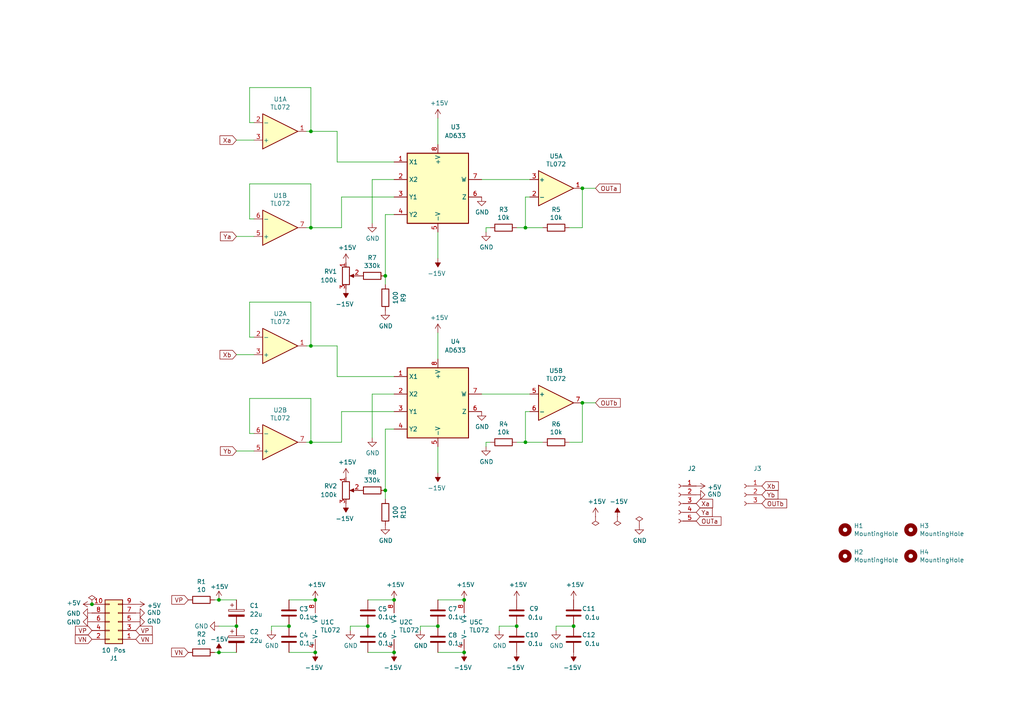
<source format=kicad_sch>
(kicad_sch (version 20211123) (generator eeschema)
  (paper "A4")
  (title_block (title "produkt") (date "2021-07-28") (rev "R01") (comment 1 "schema for main pcb") (comment 2 "vca and ringmodulator") (comment 4 "License CC BY 4.0 - Attribution 4.0 International"))
  (lib_symbols
    (symbol "Amplifier_Operational:TL072" (pin_names (offset 0.127))
      (property "Reference" "U" (at 0 5.08 0))
      (property "Value" "TL072" (at 0 -5.08 0))
      (symbol "TL072_1_1"
        (polyline (pts (xy -5.08 5.08) (xy 5.08 0) (xy -5.08 -5.08) (xy -5.08 5.08)) (stroke (width 0.254)) (fill (type background)))
        (pin output line (at 7.62 0 180) (length 2.54) (name "~") (number "1"))
        (pin input line (at -7.62 -2.54 0) (length 2.54) (name "-") (number "2"))
        (pin input line (at -7.62 2.54 0) (length 2.54) (name "+") (number "3"))
      )
      (symbol "TL072_2_1"
        (polyline (pts (xy -5.08 5.08) (xy 5.08 0) (xy -5.08 -5.08) (xy -5.08 5.08)) (stroke (width 0.254)) (fill (type background)))
        (pin input line (at -7.62 2.54 0) (length 2.54) (name "+") (number "5"))
        (pin input line (at -7.62 -2.54 0) (length 2.54) (name "-") (number "6"))
        (pin output line (at 7.62 0 180) (length 2.54) (name "~") (number "7"))
      )
      (symbol "TL072_3_1"
        (pin power_in line (at -2.54 -7.62 90) (length 3.81) (name "V-") (number "4"))
        (pin power_in line (at -2.54 7.62 270) (length 3.81) (name "V+") (number "8"))
      )
    )
    (symbol "Connector:Conn_01x03_Female" (pin_names (offset 1.016) hide)
      (property "Reference" "J" (at 0 5.08 0))
      (property "Value" "Conn_01x03_Female" (at 0 -5.08 0))
      (symbol "Conn_01x03_Female_1_1"
        (arc (start 0 -2.032) (mid -0.508 -2.54) (end 0 -3.048) (stroke (width 0.1524)))
        (polyline (pts (xy -1.27 -2.54) (xy -0.508 -2.54)) (stroke (width 0.1524)))
        (polyline (pts (xy -1.27 0) (xy -0.508 0)) (stroke (width 0.1524)))
        (polyline (pts (xy -1.27 2.54) (xy -0.508 2.54)) (stroke (width 0.1524)))
        (arc (start 0 0.508) (mid -0.508 0) (end 0 -0.508) (stroke (width 0.1524)))
        (arc (start 0 3.048) (mid -0.508 2.54) (end 0 2.032) (stroke (width 0.1524)))
        (pin passive line (at -5.08 2.54 0) (length 3.81) (name "Pin_1") (number "1"))
        (pin passive line (at -5.08 0 0) (length 3.81) (name "Pin_2") (number "2"))
        (pin passive line (at -5.08 -2.54 0) (length 3.81) (name "Pin_3") (number "3"))
      )
    )
    (symbol "Connector:Conn_01x05_Female" (pin_names (offset 1.016) hide)
      (property "Reference" "J" (at 0 7.62 0))
      (property "Value" "Conn_01x05_Female" (at 0 -7.62 0))
      (symbol "Conn_01x05_Female_1_1"
        (arc (start 0 -4.572) (mid -0.508 -5.08) (end 0 -5.588) (stroke (width 0.1524)))
        (arc (start 0 -2.032) (mid -0.508 -2.54) (end 0 -3.048) (stroke (width 0.1524)))
        (polyline (pts (xy -1.27 -5.08) (xy -0.508 -5.08)) (stroke (width 0.1524)))
        (polyline (pts (xy -1.27 -2.54) (xy -0.508 -2.54)) (stroke (width 0.1524)))
        (polyline (pts (xy -1.27 0) (xy -0.508 0)) (stroke (width 0.1524)))
        (polyline (pts (xy -1.27 2.54) (xy -0.508 2.54)) (stroke (width 0.1524)))
        (polyline (pts (xy -1.27 5.08) (xy -0.508 5.08)) (stroke (width 0.1524)))
        (arc (start 0 0.508) (mid -0.508 0) (end 0 -0.508) (stroke (width 0.1524)))
        (arc (start 0 3.048) (mid -0.508 2.54) (end 0 2.032) (stroke (width 0.1524)))
        (arc (start 0 5.588) (mid -0.508 5.08) (end 0 4.572) (stroke (width 0.1524)))
        (pin passive line (at -5.08 5.08 0) (length 3.81) (name "Pin_1") (number "1"))
        (pin passive line (at -5.08 2.54 0) (length 3.81) (name "Pin_2") (number "2"))
        (pin passive line (at -5.08 0 0) (length 3.81) (name "Pin_3") (number "3"))
        (pin passive line (at -5.08 -2.54 0) (length 3.81) (name "Pin_4") (number "4"))
        (pin passive line (at -5.08 -5.08 0) (length 3.81) (name "Pin_5") (number "5"))
      )
    )
    (symbol "Connector_Generic:Conn_02x05_Odd_Even" (pin_names (offset 1.016) hide)
      (property "Reference" "J" (at 1.27 7.62 0))
      (property "Value" "Conn_02x05_Odd_Even" (at 1.27 -7.62 0))
      (symbol "Conn_02x05_Odd_Even_1_1"
        (rectangle (start -1.27 -4.953) (end 0 -5.207) (stroke (width 0.1524)))
        (rectangle (start -1.27 -2.413) (end 0 -2.667) (stroke (width 0.1524)))
        (rectangle (start -1.27 0.127) (end 0 -0.127) (stroke (width 0.1524)))
        (rectangle (start -1.27 2.667) (end 0 2.413) (stroke (width 0.1524)))
        (rectangle (start -1.27 5.207) (end 0 4.953) (stroke (width 0.1524)))
        (rectangle (start -1.27 6.35) (end 3.81 -6.35) (stroke (width 0.254)) (fill (type background)))
        (rectangle (start 3.81 -4.953) (end 2.54 -5.207) (stroke (width 0.1524)))
        (rectangle (start 3.81 -2.413) (end 2.54 -2.667) (stroke (width 0.1524)))
        (rectangle (start 3.81 0.127) (end 2.54 -0.127) (stroke (width 0.1524)))
        (rectangle (start 3.81 2.667) (end 2.54 2.413) (stroke (width 0.1524)))
        (rectangle (start 3.81 5.207) (end 2.54 4.953) (stroke (width 0.1524)))
        (pin passive line (at -5.08 5.08 0) (length 3.81) (name "Pin_1") (number "1"))
        (pin passive line (at 7.62 -5.08 180) (length 3.81) (name "Pin_10") (number "10"))
        (pin passive line (at 7.62 5.08 180) (length 3.81) (name "Pin_2") (number "2"))
        (pin passive line (at -5.08 2.54 0) (length 3.81) (name "Pin_3") (number "3"))
        (pin passive line (at 7.62 2.54 180) (length 3.81) (name "Pin_4") (number "4"))
        (pin passive line (at -5.08 0 0) (length 3.81) (name "Pin_5") (number "5"))
        (pin passive line (at 7.62 0 180) (length 3.81) (name "Pin_6") (number "6"))
        (pin passive line (at -5.08 -2.54 0) (length 3.81) (name "Pin_7") (number "7"))
        (pin passive line (at 7.62 -2.54 180) (length 3.81) (name "Pin_8") (number "8"))
        (pin passive line (at -5.08 -5.08 0) (length 3.81) (name "Pin_9") (number "9"))
      )
    )
    (symbol "Device:C" (pin_numbers hide) (pin_names (offset 0.254))
      (property "Reference" "C" (at 0.635 2.54 0))
      (property "Value" "C" (at 0.635 -2.54 0))
      (symbol "C_0_1"
        (polyline (pts (xy -2.032 -0.762) (xy 2.032 -0.762)) (stroke (width 0.508)))
        (polyline (pts (xy -2.032 0.762) (xy 2.032 0.762)) (stroke (width 0.508)))
      )
      (symbol "C_1_1"
        (pin passive line (at 0 3.81 270) (length 2.794) (name "~") (number "1"))
        (pin passive line (at 0 -3.81 90) (length 2.794) (name "~") (number "2"))
      )
    )
    (symbol "Device:C_Polarized" (pin_numbers hide) (pin_names (offset 0.254))
      (property "Reference" "C" (at 0.635 2.54 0))
      (property "Value" "C_Polarized" (at 0.635 -2.54 0))
      (symbol "C_Polarized_0_1"
        (rectangle (start -2.286 0.508) (end 2.286 1.016))
        (polyline (pts (xy -1.778 2.286) (xy -0.762 2.286)))
        (polyline (pts (xy -1.27 2.794) (xy -1.27 1.778)))
        (rectangle (start 2.286 -0.508) (end -2.286 -1.016) (fill (type outline)))
      )
      (symbol "C_Polarized_1_1"
        (pin passive line (at 0 3.81 270) (length 2.794) (name "~") (number "1"))
        (pin passive line (at 0 -3.81 90) (length 2.794) (name "~") (number "2"))
      )
    )
    (symbol "Device:R" (pin_numbers hide) (pin_names (offset 0))
      (property "Reference" "R" (at 2.032 0 90))
      (property "Value" "R" (at 0 0 90))
      (symbol "R_0_1"
        (rectangle (start -1.016 -2.54) (end 1.016 2.54) (stroke (width 0.254)))
      )
      (symbol "R_1_1"
        (pin passive line (at 0 3.81 270) (length 1.27) (name "~") (number "1"))
        (pin passive line (at 0 -3.81 90) (length 1.27) (name "~") (number "2"))
      )
    )
    (symbol "Device:R_Potentiometer" (pin_names (offset 1.016) hide)
      (property "Reference" "RV" (at -4.445 0 90))
      (property "Value" "R_Potentiometer" (at -2.54 0 90))
      (symbol "R_Potentiometer_0_1"
        (polyline (pts (xy 2.54 0) (xy 1.524 0)))
        (polyline (pts (xy 1.143 0) (xy 2.286 0.508) (xy 2.286 -0.508) (xy 1.143 0)) (fill (type outline)))
        (rectangle (start 1.016 2.54) (end -1.016 -2.54) (stroke (width 0.254)))
      )
      (symbol "R_Potentiometer_1_1"
        (pin passive line (at 0 3.81 270) (length 1.27) (name "1") (number "1"))
        (pin passive line (at 3.81 0 180) (length 1.27) (name "2") (number "2"))
        (pin passive line (at 0 -3.81 90) (length 1.27) (name "3") (number "3"))
      )
    )
    (symbol "Mechanical:MountingHole" (pin_names (offset 1.016))
      (property "Reference" "H" (at 0 5.08 0))
      (property "Value" "MountingHole" (at 0 3.175 0))
      (symbol "MountingHole_0_1"
        (circle (center 0 0) (radius 1.27) (stroke (width 1.27)))
      )
    )
    (symbol "elektrophon:AD633"
      (property "Reference" "U" (at -10.16 8.89 0))
      (property "Value" "AD633" (at 2.54 8.89 0))
      (symbol "AD633_0_0"
        (pin power_in line (at 0 -15.24 90) (length 2.54) (name "-V") (number "5"))
        (pin power_in line (at 0 10.16 270) (length 2.54) (name "+V") (number "8"))
      )
      (symbol "AD633_0_1"
        (rectangle (start -8.89 -12.7) (end 8.89 7.62) (stroke (width 0.254)) (fill (type background)))
        (rectangle (start -8.89 -12.7) (end 8.89 7.62) (stroke (width 0.254)) (fill (type background)))
      )
      (symbol "AD633_1_1"
        (pin input line (at -12.7 5.08 0) (length 3.81) (name "X1") (number "1"))
        (pin input line (at -12.7 0 0) (length 3.81) (name "X2") (number "2"))
        (pin input line (at -12.7 -5.08 0) (length 3.81) (name "Y1") (number "3"))
        (pin input line (at -12.7 -10.16 0) (length 3.81) (name "Y2") (number "4"))
        (pin input line (at 12.7 -5.08 180) (length 3.81) (name "Z") (number "6"))
        (pin output line (at 12.7 0 180) (length 3.81) (name "W") (number "7"))
      )
    )
    (symbol "power:+15V" (power) (pin_names (offset 0))
      (property "Value" "+15V" (at 0 3.556 0))
      (symbol "+15V_0_1"
        (polyline (pts (xy -0.762 1.27) (xy 0 2.54)))
        (polyline (pts (xy 0 0) (xy 0 2.54)))
        (polyline (pts (xy 0 2.54) (xy 0.762 1.27)))
      )
      (symbol "+15V_1_1"
        (pin power_in line (at 0 0 90) (length 0) hide (name "+15V") (number "1"))
      )
    )
    (symbol "power:+5V" (power) (pin_names (offset 0))
      (property "Value" "+5V" (at 0 3.556 0))
      (symbol "+5V_0_1"
        (polyline (pts (xy -0.762 1.27) (xy 0 2.54)))
        (polyline (pts (xy 0 0) (xy 0 2.54)))
        (polyline (pts (xy 0 2.54) (xy 0.762 1.27)))
      )
      (symbol "+5V_1_1"
        (pin power_in line (at 0 0 90) (length 0) hide (name "+5V") (number "1"))
      )
    )
    (symbol "power:-15V" (power) (pin_names (offset 0))
      (property "Value" "-15V" (at 0 3.81 0))
      (symbol "-15V_0_0"
        (pin power_in line (at 0 0 90) (length 0) hide (name "-15V") (number "1"))
      )
      (symbol "-15V_0_1"
        (polyline (pts (xy 0 0) (xy 0 1.27) (xy 0.762 1.27) (xy 0 2.54) (xy -0.762 1.27) (xy 0 1.27)) (fill (type outline)))
      )
    )
    (symbol "power:GND" (power) (pin_names (offset 0))
      (property "Value" "GND" (at 0 -3.81 0))
      (symbol "GND_0_1"
        (polyline (pts (xy 0 0) (xy 0 -1.27) (xy 1.27 -1.27) (xy 0 -2.54) (xy -1.27 -1.27) (xy 0 -1.27)))
      )
      (symbol "GND_1_1"
        (pin power_in line (at 0 0 270) (length 0) hide (name "GND") (number "1"))
      )
    )
    (symbol "power:PWR_FLAG" (power) (pin_numbers hide) (pin_names (offset 0) hide)
      (property "Value" "PWR_FLAG" (at 0 3.81 0))
      (symbol "PWR_FLAG_0_0"
        (pin power_out line (at 0 0 90) (length 0) (name "pwr") (number "1"))
      )
      (symbol "PWR_FLAG_0_1"
        (polyline (pts (xy 0 0) (xy 0 1.27) (xy -1.016 1.905) (xy 0 2.54) (xy 1.016 1.905) (xy 0 1.27)))
      )
    )
  )
  (junction (at 111.76 80.01))
  (junction (at 26.67 175.26))
  (junction (at 91.44 189.23))
  (junction (at 168.91 54.61))
  (junction (at 106.68 181.61))
  (junction (at 68.58 181.61))
  (junction (at 90.17 100.33))
  (junction (at 90.17 66.04))
  (junction (at 152.4 66.04))
  (junction (at 114.3 173.99))
  (junction (at 168.91 116.84))
  (junction (at 134.62 173.99))
  (junction (at 152.4 128.27))
  (junction (at 83.82 181.61))
  (junction (at 90.17 38.1))
  (junction (at 166.37 181.61))
  (junction (at 134.62 189.23))
  (junction (at 149.86 181.61))
  (junction (at 114.3 189.23))
  (junction (at 91.44 173.99))
  (junction (at 63.5 189.23))
  (junction (at 63.5 173.99))
  (junction (at 127 181.61))
  (junction (at 90.17 128.27))
  (junction (at 111.76 142.24))
  (wire (pts (xy 111.76 82.55) (xy 111.76 80.01)))
  (wire (pts (xy 62.23 173.99) (xy 63.5 173.99)))
  (wire (pts (xy 78.74 182.88) (xy 78.74 181.61)))
  (wire (pts (xy 73.66 97.79) (xy 72.39 97.79)))
  (wire (pts (xy 139.7 52.07) (xy 153.67 52.07)))
  (wire (pts (xy 134.62 189.23) (xy 127 189.23)))
  (wire (pts (xy 114.3 109.22) (xy 97.79 109.22)))
  (wire (pts (xy 121.92 182.88) (xy 121.92 181.61)))
  (wire (pts (xy 127 137.16) (xy 127 129.54)))
  (wire (pts (xy 127 173.99) (xy 134.62 173.99)))
  (wire (pts (xy 73.66 125.73) (xy 72.39 125.73)))
  (wire (pts (xy 152.4 128.27) (xy 152.4 119.38)))
  (wire (pts (xy 139.7 114.3) (xy 153.67 114.3)))
  (wire (pts (xy 63.5 173.99) (xy 68.58 173.99)))
  (wire (pts (xy 111.76 62.23) (xy 114.3 62.23)))
  (wire (pts (xy 72.39 115.57) (xy 90.17 115.57)))
  (wire (pts (xy 168.91 128.27) (xy 168.91 116.84)))
  (wire (pts (xy 99.06 119.38) (xy 114.3 119.38)))
  (wire (pts (xy 165.1 128.27) (xy 168.91 128.27)))
  (wire (pts (xy 83.82 173.99) (xy 91.44 173.99)))
  (wire (pts (xy 88.9 66.04) (xy 90.17 66.04)))
  (wire (pts (xy 97.79 109.22) (xy 97.79 100.33)))
  (wire (pts (xy 68.58 130.81) (xy 73.66 130.81)))
  (wire (pts (xy 127 34.29) (xy 127 41.91)))
  (wire (pts (xy 152.4 66.04) (xy 152.4 57.15)))
  (wire (pts (xy 107.95 114.3) (xy 114.3 114.3)))
  (wire (pts (xy 107.95 114.3) (xy 107.95 127)))
  (wire (pts (xy 88.9 100.33) (xy 90.17 100.33)))
  (wire (pts (xy 88.9 128.27) (xy 90.17 128.27)))
  (wire (pts (xy 153.67 119.38) (xy 152.4 119.38)))
  (wire (pts (xy 90.17 128.27) (xy 99.06 128.27)))
  (wire (pts (xy 72.39 35.56) (xy 72.39 25.4)))
  (wire (pts (xy 149.86 66.04) (xy 152.4 66.04)))
  (wire (pts (xy 90.17 25.4) (xy 90.17 38.1)))
  (wire (pts (xy 90.17 38.1) (xy 97.79 38.1)))
  (wire (pts (xy 101.6 182.88) (xy 101.6 181.61)))
  (wire (pts (xy 111.76 80.01) (xy 111.76 62.23)))
  (wire (pts (xy 157.48 66.04) (xy 152.4 66.04)))
  (wire (pts (xy 149.86 128.27) (xy 152.4 128.27)))
  (wire (pts (xy 107.95 52.07) (xy 107.95 64.77)))
  (wire (pts (xy 140.97 67.31) (xy 140.97 66.04)))
  (wire (pts (xy 114.3 46.99) (xy 97.79 46.99)))
  (wire (pts (xy 106.68 173.99) (xy 114.3 173.99)))
  (wire (pts (xy 90.17 115.57) (xy 90.17 128.27)))
  (wire (pts (xy 72.39 25.4) (xy 90.17 25.4)))
  (wire (pts (xy 168.91 116.84) (xy 172.72 116.84)))
  (wire (pts (xy 90.17 100.33) (xy 97.79 100.33)))
  (wire (pts (xy 78.74 181.61) (xy 83.82 181.61)))
  (wire (pts (xy 140.97 129.54) (xy 140.97 128.27)))
  (wire (pts (xy 111.76 124.46) (xy 114.3 124.46)))
  (wire (pts (xy 168.91 54.61) (xy 172.72 54.61)))
  (wire (pts (xy 99.06 57.15) (xy 114.3 57.15)))
  (wire (pts (xy 161.29 181.61) (xy 166.37 181.61)))
  (wire (pts (xy 90.17 53.34) (xy 90.17 66.04)))
  (wire (pts (xy 107.95 52.07) (xy 114.3 52.07)))
  (wire (pts (xy 68.58 181.61) (xy 63.5 181.61)))
  (wire (pts (xy 62.23 189.23) (xy 63.5 189.23)))
  (wire (pts (xy 140.97 66.04) (xy 142.24 66.04)))
  (wire (pts (xy 72.39 125.73) (xy 72.39 115.57)))
  (wire (pts (xy 73.66 63.5) (xy 72.39 63.5)))
  (wire (pts (xy 68.58 40.64) (xy 73.66 40.64)))
  (wire (pts (xy 101.6 181.61) (xy 106.68 181.61)))
  (wire (pts (xy 97.79 46.99) (xy 97.79 38.1)))
  (wire (pts (xy 73.66 35.56) (xy 72.39 35.56)))
  (wire (pts (xy 68.58 102.87) (xy 73.66 102.87)))
  (wire (pts (xy 127 96.52) (xy 127 104.14)))
  (wire (pts (xy 91.44 189.23) (xy 83.82 189.23)))
  (wire (pts (xy 68.58 68.58) (xy 73.66 68.58)))
  (wire (pts (xy 144.78 181.61) (xy 149.86 181.61)))
  (wire (pts (xy 90.17 66.04) (xy 99.06 66.04)))
  (wire (pts (xy 157.48 128.27) (xy 152.4 128.27)))
  (wire (pts (xy 99.06 66.04) (xy 99.06 57.15)))
  (wire (pts (xy 111.76 144.78) (xy 111.76 142.24)))
  (wire (pts (xy 72.39 97.79) (xy 72.39 87.63)))
  (wire (pts (xy 127 74.93) (xy 127 67.31)))
  (wire (pts (xy 114.3 189.23) (xy 106.68 189.23)))
  (wire (pts (xy 72.39 87.63) (xy 90.17 87.63)))
  (wire (pts (xy 63.5 189.23) (xy 68.58 189.23)))
  (wire (pts (xy 90.17 87.63) (xy 90.17 100.33)))
  (wire (pts (xy 99.06 128.27) (xy 99.06 119.38)))
  (wire (pts (xy 121.92 181.61) (xy 127 181.61)))
  (wire (pts (xy 72.39 53.34) (xy 90.17 53.34)))
  (wire (pts (xy 88.9 38.1) (xy 90.17 38.1)))
  (wire (pts (xy 153.67 57.15) (xy 152.4 57.15)))
  (wire (pts (xy 111.76 142.24) (xy 111.76 124.46)))
  (wire (pts (xy 168.91 66.04) (xy 168.91 54.61)))
  (wire (pts (xy 161.29 182.88) (xy 161.29 181.61)))
  (wire (pts (xy 144.78 182.88) (xy 144.78 181.61)))
  (wire (pts (xy 72.39 63.5) (xy 72.39 53.34)))
  (wire (pts (xy 165.1 66.04) (xy 168.91 66.04)))
  (wire (pts (xy 140.97 128.27) (xy 142.24 128.27)))
  (global_label "Xa" (shape input) (at 68.58 40.64 180) (property "Intersheet References" "${INTERSHEET_REFS}" (effects hide)))
  (global_label "Ya" (shape input) (at 201.93 148.59 0) (property "Intersheet References" "${INTERSHEET_REFS}" (effects hide)))
  (global_label "Xb" (shape input) (at 220.98 140.97 0) (property "Intersheet References" "${INTERSHEET_REFS}" (effects hide)))
  (global_label "Yb" (shape input) (at 68.58 130.81 180) (property "Intersheet References" "${INTERSHEET_REFS}" (effects hide)))
  (global_label "VP" (shape input) (at 39.37 182.88 0) (property "Intersheet References" "${INTERSHEET_REFS}" (effects hide)))
  (global_label "Yb" (shape input) (at 220.98 143.51 0) (property "Intersheet References" "${INTERSHEET_REFS}" (effects hide)))
  (global_label "Xb" (shape input) (at 68.58 102.87 180) (property "Intersheet References" "${INTERSHEET_REFS}" (effects hide)))
  (global_label "VN" (shape input) (at 39.37 185.42 0) (property "Intersheet References" "${INTERSHEET_REFS}" (effects hide)))
  (global_label "OUTb" (shape input) (at 172.72 116.84 0) (property "Intersheet References" "${INTERSHEET_REFS}" (effects hide)))
  (global_label "VN" (shape input) (at 54.61 189.23 180) (property "Intersheet References" "${INTERSHEET_REFS}" (effects hide)))
  (global_label "OUTb" (shape input) (at 220.98 146.05 0) (property "Intersheet References" "${INTERSHEET_REFS}" (effects hide)))
  (global_label "VN" (shape input) (at 26.67 185.42 180) (property "Intersheet References" "${INTERSHEET_REFS}" (effects hide)))
  (global_label "VP" (shape input) (at 54.61 173.99 180) (property "Intersheet References" "${INTERSHEET_REFS}" (effects hide)))
  (global_label "OUTa" (shape input) (at 172.72 54.61 0) (property "Intersheet References" "${INTERSHEET_REFS}" (effects hide)))
  (global_label "VP" (shape input) (at 26.67 182.88 180) (property "Intersheet References" "${INTERSHEET_REFS}" (effects hide)))
  (global_label "Ya" (shape input) (at 68.58 68.58 180) (property "Intersheet References" "${INTERSHEET_REFS}" (effects hide)))
  (global_label "OUTa" (shape input) (at 201.93 151.13 0) (property "Intersheet References" "${INTERSHEET_REFS}" (effects hide)))
  (global_label "Xa" (shape input) (at 201.93 146.05 0) (property "Intersheet References" "${INTERSHEET_REFS}" (effects hide)))
  (symbol (lib_id "power:+15V") (at 91.44 173.99 0) (unit 1)
    (property "Reference" "#PWR011" (effects hide))
    (property "Value" "+15V" (at 91.821 169.5958 0))
  )
  (symbol (lib_id "power:-15V") (at 91.44 189.23 180) (unit 1)
    (property "Reference" "#PWR012" (effects hide))
    (property "Value" "-15V" (at 91.059 193.6242 0))
  )
  (symbol (lib_id "power:+15V") (at 114.3 173.99 0) (unit 1)
    (property "Reference" "#PWR016" (effects hide))
    (property "Value" "+15V" (at 114.681 169.5958 0))
  )
  (symbol (lib_id "power:-15V") (at 114.3 189.23 180) (unit 1)
    (property "Reference" "#PWR017" (effects hide))
    (property "Value" "-15V" (at 113.919 193.6242 0))
  )
  (symbol (lib_id "Device:C") (at 83.82 177.8 0) (unit 1)
    (property "Reference" "C3" (at 86.741 176.6316 0) (effects (justify left)))
    (property "Value" "0.1u" (at 86.741 178.943 0) (effects (justify left)))
    (property "Footprint" "Capacitor_THT:C_Disc_D3.4mm_W2.1mm_P2.50mm" (effects hide))
    (property "Spice_Primitive" "C" (effects hide))
    (property "Spice_Model" "0.1u" (effects hide))
    (property "Spice_Netlist_Enabled" "N" (effects hide))
    (property "Description" "Multilayer Ceramic Capacitors MLCC (50V, L=4 mm, W=2.5 mm, LS=2.5 mm)" (effects hide))
  )
  (symbol (lib_id "Device:C") (at 83.82 185.42 0) (unit 1)
    (property "Reference" "C4" (at 86.741 184.2516 0) (effects (justify left)))
    (property "Value" "0.1u" (at 86.741 186.563 0) (effects (justify left)))
    (property "Footprint" "Capacitor_THT:C_Disc_D3.4mm_W2.1mm_P2.50mm" (effects hide))
    (property "Spice_Primitive" "C" (effects hide))
    (property "Spice_Model" "0.1u" (effects hide))
    (property "Spice_Netlist_Enabled" "N" (effects hide))
    (property "Description" "Multilayer Ceramic Capacitors MLCC (50V, L=4 mm, W=2.5 mm, LS=2.5 mm)" (effects hide))
  )
  (symbol (lib_id "power:GND") (at 78.74 182.88 0) (unit 1)
    (property "Reference" "#PWR010" (effects hide))
    (property "Value" "GND" (at 78.867 187.2742 0))
  )
  (symbol (lib_id "Device:C") (at 106.68 177.8 0) (unit 1)
    (property "Reference" "C5" (at 109.601 176.6316 0) (effects (justify left)))
    (property "Value" "0.1u" (at 109.601 178.943 0) (effects (justify left)))
    (property "Footprint" "Capacitor_THT:C_Disc_D3.4mm_W2.1mm_P2.50mm" (effects hide))
    (property "Spice_Primitive" "C" (effects hide))
    (property "Spice_Model" "0.1u" (effects hide))
    (property "Spice_Netlist_Enabled" "N" (effects hide))
    (property "Description" "Multilayer Ceramic Capacitors MLCC (50V, L=4 mm, W=2.5 mm, LS=2.5 mm)" (effects hide))
  )
  (symbol (lib_id "Device:C") (at 106.68 185.42 0) (unit 1)
    (property "Reference" "C6" (at 109.601 184.2516 0) (effects (justify left)))
    (property "Value" "0.1u" (at 109.601 186.563 0) (effects (justify left)))
    (property "Footprint" "Capacitor_THT:C_Disc_D3.4mm_W2.1mm_P2.50mm" (effects hide))
    (property "Spice_Primitive" "C" (effects hide))
    (property "Spice_Model" "0.1u" (effects hide))
    (property "Spice_Netlist_Enabled" "N" (effects hide))
    (property "Description" "Multilayer Ceramic Capacitors MLCC (50V, L=4 mm, W=2.5 mm, LS=2.5 mm)" (effects hide))
  )
  (symbol (lib_id "power:GND") (at 101.6 182.88 0) (unit 1)
    (property "Reference" "#PWR013" (effects hide))
    (property "Value" "GND" (at 101.727 187.2742 0))
  )
  (symbol (lib_id "elektrophon:AD633") (at 127 52.07 0) (unit 1)
    (property "Reference" "U3" (at 132.08 36.83 0))
    (property "Value" "AD633" (at 132.08 39.37 0))
    (property "Footprint" "Package_DIP:DIP-8_W7.62mm" (effects hide))
    (property "Datasheet" "https://www.analog.com/media/en/technical-documentation/data-sheets/AD633.pdf" (effects hide))
    (property "Spice_Primitive" "X" (effects hide))
    (property "Spice_Model" "AD633" (effects hide))
    (property "Spice_Netlist_Enabled" "Y" (effects hide))
    (property "Description" "Analog Multiplier, DIP-8/SOIC-8" (effects hide))
  )
  (symbol (lib_id "power:GND") (at 107.95 64.77 0) (unit 1)
    (property "Reference" "#PWR014" (effects hide))
    (property "Value" "GND" (at 108.077 69.1642 0))
  )
  (symbol (lib_id "Device:R") (at 161.29 66.04 270) (unit 1)
    (property "Reference" "R5" (at 161.29 60.7822 90))
    (property "Value" "10k" (at 161.29 63.0936 90))
    (property "Footprint" "Resistor_THT:R_Axial_DIN0204_L3.6mm_D1.6mm_P5.08mm_Horizontal" (effects hide))
    (property "Description" "Metal Film Resistors - Through Hole (L=3.6 mm, D=1.6 mm, 1%)" (effects hide))
  )
  (symbol (lib_id "Device:R") (at 146.05 66.04 270) (unit 1)
    (property "Reference" "R3" (at 146.05 60.7822 90))
    (property "Value" "10k" (at 146.05 63.0936 90))
    (property "Footprint" "Resistor_THT:R_Axial_DIN0204_L3.6mm_D1.6mm_P5.08mm_Horizontal" (effects hide))
    (property "Description" "Metal Film Resistors - Through Hole (L=3.6 mm, D=1.6 mm, 1%)" (effects hide))
  )
  (symbol (lib_id "power:GND") (at 140.97 67.31 0) (unit 1)
    (property "Reference" "#PWR025" (effects hide))
    (property "Value" "GND" (at 141.097 71.7042 0))
  )
  (symbol (lib_id "Device:C") (at 149.86 177.8 0) (unit 1)
    (property "Reference" "C9" (at 156.21 176.53 0) (effects (justify right)))
    (property "Value" "0.1u" (at 157.48 179.07 0) (effects (justify right)))
    (property "Footprint" "Capacitor_THT:C_Disc_D3.4mm_W2.1mm_P2.50mm" (effects hide))
    (property "Spice_Primitive" "C" (effects hide))
    (property "Spice_Model" "0.1u" (effects hide))
    (property "Spice_Netlist_Enabled" "N" (effects hide))
    (property "Description" "Multilayer Ceramic Capacitors MLCC (50V, L=4 mm, W=2.5 mm, LS=2.5 mm)" (effects hide))
  )
  (symbol (lib_id "Device:C") (at 149.86 185.42 0) (unit 1)
    (property "Reference" "C10" (at 156.21 184.15 0) (effects (justify right)))
    (property "Value" "0.1u" (at 157.48 186.69 0) (effects (justify right)))
    (property "Footprint" "Capacitor_THT:C_Disc_D3.4mm_W2.1mm_P2.50mm" (effects hide))
    (property "Spice_Primitive" "C" (effects hide))
    (property "Spice_Model" "0.1u" (effects hide))
    (property "Spice_Netlist_Enabled" "N" (effects hide))
    (property "Description" "Multilayer Ceramic Capacitors MLCC (50V, L=4 mm, W=2.5 mm, LS=2.5 mm)" (effects hide))
  )
  (symbol (lib_id "power:+15V") (at 127 34.29 0) (unit 1)
    (property "Reference" "#PWR019" (effects hide))
    (property "Value" "+15V" (at 127.381 29.8958 0))
  )
  (symbol (lib_id "power:-15V") (at 127 74.93 180) (unit 1)
    (property "Reference" "#PWR020" (effects hide))
    (property "Value" "-15V" (at 126.619 79.3242 0))
  )
  (symbol (lib_id "power:-15V") (at 63.5 189.23 0) (unit 1)
    (property "Reference" "#PWR09" (effects hide))
    (property "Value" "-15V" (at 60.96 185.42 0) (effects (justify left)))
  )
  (symbol (lib_id "power:+5V") (at 39.37 175.26 270) (unit 1)
    (property "Reference" "#PWR04" (effects hide))
    (property "Value" "+5V" (at 42.6212 175.641 90) (effects (justify left)))
  )
  (symbol (lib_id "power:GND") (at 144.78 182.88 0) (unit 1)
    (property "Reference" "#PWR027" (effects hide))
    (property "Value" "GND" (at 144.907 187.2742 0))
  )
  (symbol (lib_id "power:-15V") (at 149.86 189.23 180) (unit 1)
    (property "Reference" "#PWR029" (effects hide))
    (property "Value" "-15V" (at 149.479 193.6242 0))
  )
  (symbol (lib_id "power:+15V") (at 149.86 173.99 0) (unit 1)
    (property "Reference" "#PWR028" (effects hide))
    (property "Value" "+15V" (at 150.241 169.5958 0))
  )
  (symbol (lib_id "Mechanical:MountingHole") (at 245.11 161.29 0) (unit 1)
    (property "Reference" "H2" (at 247.65 160.1216 0) (effects (justify left)))
    (property "Value" "MountingHole" (at 247.65 162.433 0) (effects (justify left)))
    (property "Footprint" "MountingHole:MountingHole_2.2mm_M2" (effects hide))
  )
  (symbol (lib_id "power:GND") (at 26.67 180.34 270) (unit 1)
    (property "Reference" "#PWR03" (effects hide))
    (property "Value" "GND" (at 23.4188 180.467 90) (effects (justify right)))
  )
  (symbol (lib_id "power:+15V") (at 172.72 149.86 0) (unit 1)
    (property "Reference" "#PWR033" (effects hide))
    (property "Value" "+15V" (at 173.101 145.4658 0))
  )
  (symbol (lib_id "power:GND") (at 185.42 152.4 0) (unit 1)
    (property "Reference" "#PWR035" (effects hide))
    (property "Value" "GND" (at 185.547 156.7942 0))
  )
  (symbol (lib_id "Device:R") (at 58.42 173.99 270) (unit 1)
    (property "Reference" "R1" (at 58.42 168.7322 90))
    (property "Value" "10" (at 58.42 171.0436 90))
    (property "Footprint" "Resistor_THT:R_Axial_DIN0204_L3.6mm_D1.6mm_P5.08mm_Horizontal" (effects hide))
    (property "Spice_Primitive" "R" (effects hide))
    (property "Spice_Model" "10" (effects hide))
    (property "Spice_Netlist_Enabled" "N" (effects hide))
    (property "Description" "Metal Film Resistors - Through Hole (L=3.6 mm, D=1.6 mm, 1%)" (effects hide))
  )
  (symbol (lib_id "power:PWR_FLAG") (at 26.67 175.26 0) (unit 1)
    (property "Reference" "#FLG01" (effects hide))
    (property "Value" "PWR_FLAG" (effects hide))
  )
  (symbol (lib_id "power:GND") (at 63.5 181.61 270) (unit 1)
    (property "Reference" "#PWR08" (effects hide))
    (property "Value" "GND" (at 58.42 181.61 90))
  )
  (symbol (lib_id "power:GND") (at 26.67 177.8 270) (unit 1)
    (property "Reference" "#PWR02" (effects hide))
    (property "Value" "GND" (at 23.4188 177.927 90) (effects (justify right)))
  )
  (symbol (lib_id "power:-15V") (at 179.07 149.86 0) (unit 1)
    (property "Reference" "#PWR034" (effects hide))
    (property "Value" "-15V" (at 179.451 145.4658 0))
  )
  (symbol (lib_id "power:GND") (at 39.37 180.34 90) (unit 1)
    (property "Reference" "#PWR06" (effects hide))
    (property "Value" "GND" (at 42.6212 180.213 90) (effects (justify right)))
  )
  (symbol (lib_id "Device:R") (at 58.42 189.23 270) (unit 1)
    (property "Reference" "R2" (at 58.42 183.9722 90))
    (property "Value" "10" (at 58.42 186.2836 90))
    (property "Footprint" "Resistor_THT:R_Axial_DIN0204_L3.6mm_D1.6mm_P5.08mm_Horizontal" (effects hide))
    (property "Spice_Primitive" "R" (effects hide))
    (property "Spice_Model" "10" (effects hide))
    (property "Spice_Netlist_Enabled" "N" (effects hide))
    (property "Description" "Metal Film Resistors - Through Hole (L=3.6 mm, D=1.6 mm, 1%)" (effects hide))
  )
  (symbol (lib_id "power:GND") (at 39.37 177.8 90) (unit 1)
    (property "Reference" "#PWR05" (effects hide))
    (property "Value" "GND" (at 42.6212 177.673 90) (effects (justify right)))
  )
  (symbol (lib_id "Mechanical:MountingHole") (at 264.16 153.67 0) (unit 1)
    (property "Reference" "H3" (at 266.7 152.5016 0) (effects (justify left)))
    (property "Value" "MountingHole" (at 266.7 154.813 0) (effects (justify left)))
    (property "Footprint" "MountingHole:MountingHole_2.2mm_M2" (effects hide))
  )
  (symbol (lib_id "Mechanical:MountingHole") (at 264.16 161.29 0) (unit 1)
    (property "Reference" "H4" (at 266.7 160.1216 0) (effects (justify left)))
    (property "Value" "MountingHole" (at 266.7 162.433 0) (effects (justify left)))
    (property "Footprint" "MountingHole:MountingHole_2.2mm_M2" (effects hide))
  )
  (symbol (lib_id "elektrophon:AD633") (at 127 114.3 0) (unit 1)
    (property "Reference" "U4" (at 132.08 99.06 0))
    (property "Value" "AD633" (at 132.08 101.6 0))
    (property "Footprint" "Package_DIP:DIP-8_W7.62mm" (effects hide))
    (property "Datasheet" "https://www.analog.com/media/en/technical-documentation/data-sheets/AD633.pdf" (effects hide))
    (property "Spice_Primitive" "X" (effects hide))
    (property "Spice_Model" "AD633" (effects hide))
    (property "Spice_Netlist_Enabled" "Y" (effects hide))
    (property "Description" "Analog Multiplier, DIP-8/SOIC-8" (effects hide))
  )
  (symbol (lib_id "power:GND") (at 107.95 127 0) (unit 1)
    (property "Reference" "#PWR015" (effects hide))
    (property "Value" "GND" (at 108.077 131.3942 0))
  )
  (symbol (lib_id "power:+15V") (at 127 96.52 0) (unit 1)
    (property "Reference" "#PWR021" (effects hide))
    (property "Value" "+15V" (at 127.381 92.1258 0))
  )
  (symbol (lib_id "power:-15V") (at 127 137.16 180) (unit 1)
    (property "Reference" "#PWR022" (effects hide))
    (property "Value" "-15V" (at 126.619 141.5542 0))
  )
  (symbol (lib_id "Device:R") (at 161.29 128.27 270) (unit 1)
    (property "Reference" "R6" (at 161.29 123.0122 90))
    (property "Value" "10k" (at 161.29 125.3236 90))
    (property "Footprint" "Resistor_THT:R_Axial_DIN0204_L3.6mm_D1.6mm_P5.08mm_Horizontal" (effects hide))
    (property "Description" "Metal Film Resistors - Through Hole (L=3.6 mm, D=1.6 mm, 1%)" (effects hide))
  )
  (symbol (lib_id "Device:R") (at 146.05 128.27 270) (unit 1)
    (property "Reference" "R4" (at 146.05 123.0122 90))
    (property "Value" "10k" (at 146.05 125.3236 90))
    (property "Footprint" "Resistor_THT:R_Axial_DIN0204_L3.6mm_D1.6mm_P5.08mm_Horizontal" (effects hide))
    (property "Description" "Metal Film Resistors - Through Hole (L=3.6 mm, D=1.6 mm, 1%)" (effects hide))
  )
  (symbol (lib_id "power:GND") (at 140.97 129.54 0) (unit 1)
    (property "Reference" "#PWR026" (effects hide))
    (property "Value" "GND" (at 141.097 133.9342 0))
  )
  (symbol (lib_id "power:+15V") (at 166.37 173.99 0) (unit 1)
    (property "Reference" "#PWR031" (effects hide))
    (property "Value" "+15V" (at 166.751 169.5958 0))
  )
  (symbol (lib_id "power:-15V") (at 166.37 189.23 180) (unit 1)
    (property "Reference" "#PWR032" (effects hide))
    (property "Value" "-15V" (at 165.989 193.6242 0))
  )
  (symbol (lib_id "power:GND") (at 161.29 182.88 0) (unit 1)
    (property "Reference" "#PWR030" (effects hide))
    (property "Value" "GND" (at 161.417 187.2742 0))
  )
  (symbol (lib_id "Device:C") (at 166.37 185.42 0) (unit 1)
    (property "Reference" "C12" (at 172.72 184.15 0) (effects (justify right)))
    (property "Value" "0.1u" (at 173.99 186.69 0) (effects (justify right)))
    (property "Footprint" "Capacitor_THT:C_Disc_D3.4mm_W2.1mm_P2.50mm" (effects hide))
    (property "Spice_Primitive" "C" (effects hide))
    (property "Spice_Model" "0.1u" (effects hide))
    (property "Spice_Netlist_Enabled" "N" (effects hide))
    (property "Description" "Multilayer Ceramic Capacitors MLCC (50V, L=4 mm, W=2.5 mm, LS=2.5 mm)" (effects hide))
  )
  (symbol (lib_id "Device:C") (at 166.37 177.8 0) (unit 1)
    (property "Reference" "C11" (at 172.72 176.53 0) (effects (justify right)))
    (property "Value" "0.1u" (at 173.99 179.07 0) (effects (justify right)))
    (property "Footprint" "Capacitor_THT:C_Disc_D3.4mm_W2.1mm_P2.50mm" (effects hide))
    (property "Spice_Primitive" "C" (effects hide))
    (property "Spice_Model" "0.1u" (effects hide))
    (property "Spice_Netlist_Enabled" "N" (effects hide))
    (property "Description" "Multilayer Ceramic Capacitors MLCC (50V, L=4 mm, W=2.5 mm, LS=2.5 mm)" (effects hide))
  )
  (symbol (lib_id "power:GND") (at 201.93 143.51 90) (unit 1)
    (property "Reference" "#PWR037" (effects hide))
    (property "Value" "GND" (at 205.1812 143.383 90) (effects (justify right)))
  )
  (symbol (lib_id "power:GND") (at 121.92 182.88 0) (unit 1)
    (property "Reference" "#PWR018" (effects hide))
    (property "Value" "GND" (at 122.047 187.2742 0))
  )
  (symbol (lib_id "Device:C") (at 127 185.42 0) (unit 1)
    (property "Reference" "C8" (at 129.921 184.2516 0) (effects (justify left)))
    (property "Value" "0.1u" (at 129.921 186.563 0) (effects (justify left)))
    (property "Footprint" "Capacitor_THT:C_Disc_D3.4mm_W2.1mm_P2.50mm" (effects hide))
    (property "Spice_Primitive" "C" (effects hide))
    (property "Spice_Model" "0.1u" (effects hide))
    (property "Spice_Netlist_Enabled" "N" (effects hide))
    (property "Description" "Multilayer Ceramic Capacitors MLCC (50V, L=4 mm, W=2.5 mm, LS=2.5 mm)" (effects hide))
  )
  (symbol (lib_id "Device:C") (at 127 177.8 0) (unit 1)
    (property "Reference" "C7" (at 129.921 176.6316 0) (effects (justify left)))
    (property "Value" "0.1u" (at 129.921 178.943 0) (effects (justify left)))
    (property "Footprint" "Capacitor_THT:C_Disc_D3.4mm_W2.1mm_P2.50mm" (effects hide))
    (property "Spice_Primitive" "C" (effects hide))
    (property "Spice_Model" "0.1u" (effects hide))
    (property "Spice_Netlist_Enabled" "N" (effects hide))
    (property "Description" "Multilayer Ceramic Capacitors MLCC (50V, L=4 mm, W=2.5 mm, LS=2.5 mm)" (effects hide))
  )
  (symbol (lib_id "power:-15V") (at 134.62 189.23 180) (unit 1)
    (property "Reference" "#PWR024" (effects hide))
    (property "Value" "-15V" (at 134.239 193.6242 0))
  )
  (symbol (lib_id "power:+15V") (at 134.62 173.99 0) (unit 1)
    (property "Reference" "#PWR023" (effects hide))
    (property "Value" "+15V" (at 135.001 169.5958 0))
  )
  (symbol (lib_id "power:PWR_FLAG") (at 185.42 152.4 0) (unit 1)
    (property "Reference" "#FLG04" (effects hide))
    (property "Value" "PWR_FLAG" (effects hide))
  )
  (symbol (lib_id "power:+5V") (at 201.93 140.97 270) (unit 1)
    (property "Reference" "#PWR036" (effects hide))
    (property "Value" "+5V" (at 205.1812 141.351 90) (effects (justify left)))
  )
  (symbol (lib_id "power:GND") (at 139.7 57.15 0) (unit 1)
    (property "Reference" "#PWR0101" (effects hide))
    (property "Value" "GND" (at 139.827 61.5442 0))
  )
  (symbol (lib_id "power:GND") (at 139.7 119.38 0) (unit 1)
    (property "Reference" "#PWR0102" (effects hide))
    (property "Value" "GND" (at 139.827 123.7742 0))
  )
  (symbol (lib_id "power:+15V") (at 100.33 138.43 0) (unit 1)
    (property "Reference" "#PWR040" (effects hide))
    (property "Value" "+15V" (at 100.711 134.0358 0))
  )
  (symbol (lib_id "power:-15V") (at 100.33 146.05 180) (unit 1)
    (property "Reference" "#PWR041" (effects hide))
    (property "Value" "-15V" (at 99.949 150.4442 0))
  )
  (symbol (lib_id "Device:R") (at 107.95 142.24 270) (unit 1)
    (property "Reference" "R8" (at 107.95 136.9822 90))
    (property "Value" "330k" (at 107.95 139.2936 90))
    (property "Footprint" "Resistor_THT:R_Axial_DIN0204_L3.6mm_D1.6mm_P5.08mm_Horizontal" (effects hide))
    (property "Description" "Metal Film Resistors - Through Hole (L=3.6 mm, D=1.6 mm, 1%)" (effects hide))
  )
  (symbol (lib_id "Device:R") (at 111.76 148.59 180) (unit 1)
    (property "Reference" "R10" (at 117.0178 148.59 90))
    (property "Value" "100" (at 114.7064 148.59 90))
    (property "Footprint" "Resistor_THT:R_Axial_DIN0204_L3.6mm_D1.6mm_P5.08mm_Horizontal" (effects hide))
    (property "Description" "Metal Film Resistors - Through Hole (L=3.6 mm, D=1.6 mm, 1%)" (effects hide))
  )
  (symbol (lib_id "power:GND") (at 111.76 152.4 0) (unit 1)
    (property "Reference" "#PWR043" (effects hide))
    (property "Value" "GND" (at 111.887 156.7942 0))
  )
  (symbol (lib_id "power:+15V") (at 100.33 76.2 0) (unit 1)
    (property "Reference" "#PWR038" (effects hide))
    (property "Value" "+15V" (at 100.711 71.8058 0))
  )
  (symbol (lib_id "power:-15V") (at 100.33 83.82 180) (unit 1)
    (property "Reference" "#PWR039" (effects hide))
    (property "Value" "-15V" (at 99.949 88.2142 0))
  )
  (symbol (lib_id "Device:R") (at 107.95 80.01 270) (unit 1)
    (property "Reference" "R7" (at 107.95 74.7522 90))
    (property "Value" "330k" (at 107.95 77.0636 90))
    (property "Footprint" "Resistor_THT:R_Axial_DIN0204_L3.6mm_D1.6mm_P5.08mm_Horizontal" (effects hide))
    (property "Description" "Metal Film Resistors - Through Hole (L=3.6 mm, D=1.6 mm, 1%)" (effects hide))
  )
  (symbol (lib_id "Device:R") (at 111.76 86.36 180) (unit 1)
    (property "Reference" "R9" (at 117.0178 86.36 90))
    (property "Value" "100" (at 114.7064 86.36 90))
    (property "Footprint" "Resistor_THT:R_Axial_DIN0204_L3.6mm_D1.6mm_P5.08mm_Horizontal" (effects hide))
    (property "Description" "Metal Film Resistors - Through Hole (L=3.6 mm, D=1.6 mm, 1%)" (effects hide))
  )
  (symbol (lib_id "power:GND") (at 111.76 90.17 0) (unit 1)
    (property "Reference" "#PWR042" (effects hide))
    (property "Value" "GND" (at 111.887 94.5642 0))
  )
  (symbol (lib_id "power:PWR_FLAG") (at 172.72 149.86 180) (unit 1)
    (property "Reference" "#FLG02" (effects hide))
    (property "Value" "PWR_FLAG" (effects hide))
  )
  (symbol (lib_id "power:PWR_FLAG") (at 179.07 149.86 180) (unit 1)
    (property "Reference" "#FLG03" (effects hide))
    (property "Value" "PWR_FLAG" (effects hide))
  )
  (symbol (lib_id "power:+15V") (at 63.5 173.99 0) (unit 1)
    (property "Reference" "#PWR07" (effects hide))
    (property "Value" "+15V" (at 60.96 170.18 0) (effects (justify left)))
  )
  (symbol (lib_id "Connector_Generic:Conn_02x05_Odd_Even") (at 34.29 180.34 180) (unit 1)
    (property "Reference" "J1" (at 33.02 190.9318 0))
    (property "Value" "10 Pos" (at 33.02 188.6204 0))
    (property "Footprint" "Connector_IDC:IDC-Header_2x05_P2.54mm_Vertical" (effects hide))
    (property "Spice_Primitive" "J" (effects hide))
    (property "Spice_Model" "IDC Header" (effects hide))
    (property "Spice_Netlist_Enabled" "N" (effects hide))
    (property "Description" "Pin Header IDC (2.54mm)" (effects hide))
  )
  (symbol (lib_id "power:+5V") (at 26.67 175.26 90) (unit 1)
    (property "Reference" "#PWR01" (effects hide))
    (property "Value" "+5V" (at 23.4188 174.879 90) (effects (justify left)))
  )
  (symbol (lib_id "Mechanical:MountingHole") (at 245.11 153.67 0) (unit 1)
    (property "Reference" "H1" (at 247.65 152.5016 0) (effects (justify left)))
    (property "Value" "MountingHole" (at 247.65 154.813 0) (effects (justify left)))
    (property "Footprint" "MountingHole:MountingHole_2.2mm_M2" (effects hide))
  )
  (symbol (lib_id "Amplifier_Operational:TL072") (at 81.28 38.1 0) (mirror x) (unit 1)
    (property "Reference" "U1" (at 81.28 28.7782 0))
    (property "Value" "TL072" (at 81.28 31.0896 0))
    (property "Footprint" "Package_DIP:DIP-8_W7.62mm_Socket" (effects hide))
    (property "Datasheet" "http://www.ti.com/lit/ds/symlink/tl071.pdf" (effects hide))
  )
  (symbol (lib_id "Amplifier_Operational:TL072") (at 81.28 66.04 0) (mirror x) (unit 2)
    (property "Reference" "U1" (at 81.28 56.7182 0))
    (property "Value" "TL072" (at 81.28 59.0296 0))
    (property "Footprint" "Package_DIP:DIP-8_W7.62mm_Socket" (effects hide))
    (property "Datasheet" "http://www.ti.com/lit/ds/symlink/tl071.pdf" (effects hide))
  )
  (symbol (lib_id "Amplifier_Operational:TL072") (at 81.28 100.33 0) (mirror x) (unit 1)
    (property "Reference" "U2" (at 81.28 91.0082 0))
    (property "Value" "TL072" (at 81.28 93.3196 0))
    (property "Footprint" "Package_DIP:DIP-8_W7.62mm_Socket" (effects hide))
    (property "Datasheet" "http://www.ti.com/lit/ds/symlink/tl071.pdf" (effects hide))
  )
  (symbol (lib_id "Amplifier_Operational:TL072") (at 81.28 128.27 0) (mirror x) (unit 2)
    (property "Reference" "U2" (at 81.28 118.9482 0))
    (property "Value" "TL072" (at 81.28 121.2596 0))
    (property "Footprint" "Package_DIP:DIP-8_W7.62mm_Socket" (effects hide))
    (property "Datasheet" "http://www.ti.com/lit/ds/symlink/tl071.pdf" (effects hide))
  )
  (symbol (lib_id "Amplifier_Operational:TL072") (at 161.29 116.84 0) (unit 2)
    (property "Reference" "U5" (at 161.29 107.5182 0))
    (property "Value" "TL072" (at 161.29 109.8296 0))
    (property "Footprint" "Package_DIP:DIP-8_W7.62mm_Socket" (effects hide))
    (property "Datasheet" "http://www.ti.com/lit/ds/symlink/tl071.pdf" (effects hide))
  )
  (symbol (lib_id "Amplifier_Operational:TL072") (at 161.29 54.61 0) (unit 1)
    (property "Reference" "U5" (at 161.29 45.2882 0))
    (property "Value" "TL072" (at 161.29 47.5996 0))
    (property "Footprint" "Package_DIP:DIP-8_W7.62mm_Socket" (effects hide))
    (property "Datasheet" "http://www.ti.com/lit/ds/symlink/tl071.pdf" (effects hide))
  )
  (symbol (lib_id "Amplifier_Operational:TL072") (at 93.98 181.61 0) (unit 3)
    (property "Reference" "U1" (at 92.9132 180.4416 0) (effects (justify left)))
    (property "Value" "TL072" (at 92.9132 182.753 0) (effects (justify left)))
    (property "Footprint" "Package_DIP:DIP-8_W7.62mm_Socket" (effects hide))
    (property "Datasheet" "http://www.ti.com/lit/ds/symlink/tl071.pdf" (effects hide))
  )
  (symbol (lib_id "Amplifier_Operational:TL072") (at 116.84 181.61 0) (unit 3)
    (property "Reference" "U2" (at 115.7732 180.4416 0) (effects (justify left)))
    (property "Value" "TL072" (at 115.7732 182.753 0) (effects (justify left)))
    (property "Footprint" "Package_DIP:DIP-8_W7.62mm_Socket" (effects hide))
    (property "Datasheet" "http://www.ti.com/lit/ds/symlink/tl071.pdf" (effects hide))
  )
  (symbol (lib_id "Amplifier_Operational:TL072") (at 137.16 181.61 0) (unit 3)
    (property "Reference" "U5" (at 136.0932 180.4416 0) (effects (justify left)))
    (property "Value" "TL072" (at 136.0932 182.753 0) (effects (justify left)))
    (property "Footprint" "Package_DIP:DIP-8_W7.62mm_Socket" (effects hide))
    (property "Datasheet" "http://www.ti.com/lit/ds/symlink/tl071.pdf" (effects hide))
  )
  (symbol (lib_id "Connector:Conn_01x05_Female") (at 196.85 146.05 0) (mirror y) (unit 1)
    (property "Reference" "J2" (at 200.66 135.89 0))
    (property "Value" "01x05 Female" (effects hide))
    (property "Footprint" "Connector_PinSocket_2.54mm:PinSocket_1x05_P2.54mm_Vertical" (effects hide))
    (property "Description" "Board to Board Connectors (2.54 mm)" (effects hide))
  )
  (symbol (lib_id "Connector:Conn_01x03_Female") (at 215.9 143.51 0) (mirror y) (unit 1)
    (property "Reference" "J3" (at 219.71 135.89 0))
    (property "Value" "01x03 Female" (effects hide))
    (property "Footprint" "Connector_PinSocket_2.54mm:PinSocket_1x03_P2.54mm_Vertical" (effects hide))
    (property "Description" "Board to Board Connectors (2.54 mm)" (effects hide))
  )
  (symbol (lib_id "Device:R_Potentiometer") (at 100.33 142.24 0) (unit 1)
    (property "Reference" "RV2" (at 97.79 140.9699 0) (effects (justify right)))
    (property "Value" "100k" (at 97.79 143.5099 0) (effects (justify right)))
  )
  (symbol (lib_id "Device:C_Polarized") (at 68.58 185.42 0) (unit 1)
    (property "Reference" "C2" (at 72.39 183.2609 0) (effects (justify left)))
    (property "Value" "22u" (at 72.39 185.8009 0) (effects (justify left)))
    (property "Footprint" "Capacitor_THT:CP_Radial_D6.3mm_P2.50mm" (effects hide))
  )
  (symbol (lib_id "Device:R_Potentiometer") (at 100.33 80.01 0) (unit 1)
    (property "Reference" "RV1" (at 97.79 78.7399 0) (effects (justify right)))
    (property "Value" "100k" (at 97.79 81.2799 0) (effects (justify right)))
  )
  (symbol (lib_id "Device:C_Polarized") (at 68.58 177.8 0) (unit 1)
    (property "Reference" "C1" (at 72.39 175.6409 0) (effects (justify left)))
    (property "Value" "22u" (at 72.39 178.1809 0) (effects (justify left)))
    (property "Footprint" "Capacitor_THT:CP_Radial_D6.3mm_P2.50mm" (effects hide))
  )
)
</source>
